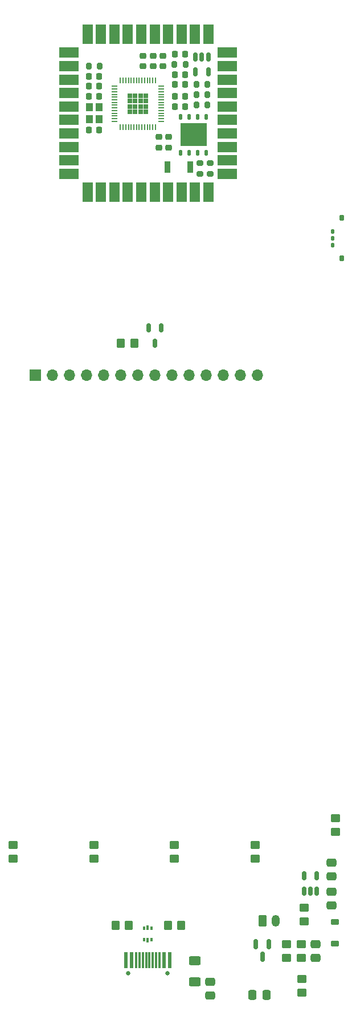
<source format=gbr>
%TF.GenerationSoftware,KiCad,Pcbnew,7.0.5*%
%TF.CreationDate,2023-07-27T14:44:28-03:00*%
%TF.ProjectId,Open_Machinist_Calculator,4f70656e-5f4d-4616-9368-696e6973745f,rev?*%
%TF.SameCoordinates,Original*%
%TF.FileFunction,Soldermask,Bot*%
%TF.FilePolarity,Negative*%
%FSLAX46Y46*%
G04 Gerber Fmt 4.6, Leading zero omitted, Abs format (unit mm)*
G04 Created by KiCad (PCBNEW 7.0.5) date 2023-07-27 14:44:28*
%MOMM*%
%LPD*%
G01*
G04 APERTURE LIST*
G04 Aperture macros list*
%AMRoundRect*
0 Rectangle with rounded corners*
0 $1 Rounding radius*
0 $2 $3 $4 $5 $6 $7 $8 $9 X,Y pos of 4 corners*
0 Add a 4 corners polygon primitive as box body*
4,1,4,$2,$3,$4,$5,$6,$7,$8,$9,$2,$3,0*
0 Add four circle primitives for the rounded corners*
1,1,$1+$1,$2,$3*
1,1,$1+$1,$4,$5*
1,1,$1+$1,$6,$7*
1,1,$1+$1,$8,$9*
0 Add four rect primitives between the rounded corners*
20,1,$1+$1,$2,$3,$4,$5,0*
20,1,$1+$1,$4,$5,$6,$7,0*
20,1,$1+$1,$6,$7,$8,$9,0*
20,1,$1+$1,$8,$9,$2,$3,0*%
G04 Aperture macros list end*
%ADD10RoundRect,0.250000X0.350000X0.450000X-0.350000X0.450000X-0.350000X-0.450000X0.350000X-0.450000X0*%
%ADD11RoundRect,0.150000X-0.150000X0.512500X-0.150000X-0.512500X0.150000X-0.512500X0.150000X0.512500X0*%
%ADD12R,1.700000X1.700000*%
%ADD13O,1.700000X1.700000*%
%ADD14RoundRect,0.225000X-0.250000X0.225000X-0.250000X-0.225000X0.250000X-0.225000X0.250000X0.225000X0*%
%ADD15RoundRect,0.250000X0.450000X-0.350000X0.450000X0.350000X-0.450000X0.350000X-0.450000X-0.350000X0*%
%ADD16RoundRect,0.250000X-0.450000X0.350000X-0.450000X-0.350000X0.450000X-0.350000X0.450000X0.350000X0*%
%ADD17RoundRect,0.200000X0.275000X-0.200000X0.275000X0.200000X-0.275000X0.200000X-0.275000X-0.200000X0*%
%ADD18RoundRect,0.250000X-0.350000X-0.450000X0.350000X-0.450000X0.350000X0.450000X-0.350000X0.450000X0*%
%ADD19RoundRect,0.250000X-0.625000X0.400000X-0.625000X-0.400000X0.625000X-0.400000X0.625000X0.400000X0*%
%ADD20C,1.350000*%
%ADD21R,3.000000X1.500000*%
%ADD22O,1.350000X1.350000*%
%ADD23RoundRect,0.200000X-0.200000X-0.275000X0.200000X-0.275000X0.200000X0.275000X-0.200000X0.275000X0*%
%ADD24R,0.375000X0.500000*%
%ADD25R,0.300000X0.650000*%
%ADD26RoundRect,0.250000X-0.350000X-0.625000X0.350000X-0.625000X0.350000X0.625000X-0.350000X0.625000X0*%
%ADD27O,1.200000X1.750000*%
%ADD28RoundRect,0.250000X-0.475000X0.337500X-0.475000X-0.337500X0.475000X-0.337500X0.475000X0.337500X0*%
%ADD29RoundRect,0.225000X-0.225000X-0.250000X0.225000X-0.250000X0.225000X0.250000X-0.225000X0.250000X0*%
%ADD30RoundRect,0.225000X0.225000X0.250000X-0.225000X0.250000X-0.225000X-0.250000X0.225000X-0.250000X0*%
%ADD31RoundRect,0.150000X0.150000X-0.512500X0.150000X0.512500X-0.150000X0.512500X-0.150000X-0.512500X0*%
%ADD32RoundRect,0.250000X0.475000X-0.337500X0.475000X0.337500X-0.475000X0.337500X-0.475000X-0.337500X0*%
%ADD33RoundRect,0.225000X0.250000X-0.225000X0.250000X0.225000X-0.250000X0.225000X-0.250000X-0.225000X0*%
%ADD34RoundRect,0.125000X0.125000X-0.262500X0.125000X0.262500X-0.125000X0.262500X-0.125000X-0.262500X0*%
%ADD35R,4.000000X3.400000*%
%ADD36RoundRect,0.218750X-0.218750X-0.256250X0.218750X-0.256250X0.218750X0.256250X-0.218750X0.256250X0*%
%ADD37R,1.500000X3.000000*%
%ADD38RoundRect,0.127500X-0.127500X0.172500X-0.127500X-0.172500X0.127500X-0.172500X0.127500X0.172500X0*%
%ADD39RoundRect,0.125000X-0.125000X0.175000X-0.125000X-0.175000X0.125000X-0.175000X0.125000X0.175000X0*%
%ADD40RoundRect,0.175000X-0.175000X0.275000X-0.175000X-0.275000X0.175000X-0.275000X0.175000X0.275000X0*%
%ADD41C,0.650000*%
%ADD42R,0.600000X2.450000*%
%ADD43R,0.300000X2.450000*%
%ADD44O,0.200000X0.875000*%
%ADD45O,0.875000X0.200000*%
%ADD46R,0.800000X0.800000*%
%ADD47RoundRect,0.250000X-0.337500X-0.475000X0.337500X-0.475000X0.337500X0.475000X-0.337500X0.475000X0*%
%ADD48R,1.000000X1.150000*%
%ADD49RoundRect,0.225000X-0.375000X0.225000X-0.375000X-0.225000X0.375000X-0.225000X0.375000X0.225000X0*%
%ADD50R,0.900000X1.700000*%
%ADD51RoundRect,0.150000X-0.150000X0.587500X-0.150000X-0.587500X0.150000X-0.587500X0.150000X0.587500X0*%
G04 APERTURE END LIST*
D10*
%TO.C,R14*%
X104000000Y-123237500D03*
X102000000Y-123237500D03*
%TD*%
D11*
%TO.C,Q2*%
X107105000Y-123237500D03*
X108055000Y-120962500D03*
X106155000Y-120962500D03*
%TD*%
D12*
%TO.C,J3*%
X89325000Y-127975000D03*
D13*
X91865000Y-127975000D03*
X94405000Y-127975000D03*
X96945000Y-127975000D03*
X99485000Y-127975000D03*
X102025000Y-127975000D03*
X104565000Y-127975000D03*
X107105000Y-127975000D03*
X109645000Y-127975000D03*
X112185000Y-127975000D03*
X114725000Y-127975000D03*
X117265000Y-127975000D03*
X119805000Y-127975000D03*
X122345000Y-127975000D03*
%TD*%
D14*
%TO.C,C6*%
X109150000Y-92624994D03*
X109150000Y-94174994D03*
%TD*%
D15*
%TO.C,R3*%
X110000000Y-199800000D03*
X110000000Y-197800000D03*
%TD*%
D16*
%TO.C,R10*%
X126600000Y-212500000D03*
X126600000Y-214500000D03*
%TD*%
D17*
%TO.C,R12*%
X113800000Y-98124994D03*
X113800000Y-96474994D03*
%TD*%
D11*
%TO.C,U4*%
X113100000Y-80712494D03*
X114050000Y-80712494D03*
X115000000Y-80712494D03*
X115000000Y-82987494D03*
X113100000Y-82987494D03*
%TD*%
D15*
%TO.C,R9*%
X128900000Y-219700000D03*
X128900000Y-217700000D03*
%TD*%
D18*
%TO.C,R7*%
X109000000Y-209700000D03*
X111000000Y-209700000D03*
%TD*%
D19*
%TO.C,F1*%
X113000000Y-214950000D03*
X113000000Y-218050000D03*
%TD*%
D20*
%TO.C,J7*%
X93550000Y-98099994D03*
D21*
X94300000Y-98099994D03*
D20*
X95050000Y-98099994D03*
D22*
X93550000Y-96099994D03*
D21*
X94300000Y-96099994D03*
D22*
X95050000Y-96099994D03*
X93550000Y-94099994D03*
D21*
X94300000Y-94099994D03*
D22*
X95050000Y-94099994D03*
X93550000Y-92099994D03*
D21*
X94300000Y-92099994D03*
D22*
X95050000Y-92099994D03*
X93550000Y-90099994D03*
D21*
X94300000Y-90099994D03*
D22*
X95050000Y-90099994D03*
X93550000Y-88099994D03*
D21*
X94300000Y-88099994D03*
D22*
X95050000Y-88099994D03*
X93550000Y-86099994D03*
D21*
X94300000Y-86099994D03*
D22*
X95050000Y-86099994D03*
X93550000Y-84099994D03*
D21*
X94300000Y-84099994D03*
D22*
X95050000Y-84099994D03*
X93550000Y-82099994D03*
D21*
X94300000Y-82099994D03*
D22*
X95050000Y-82099994D03*
X93550000Y-80099994D03*
D21*
X94300000Y-80099994D03*
D22*
X95050000Y-80099994D03*
%TD*%
D23*
%TO.C,R13*%
X97225000Y-82099994D03*
X98875000Y-82099994D03*
%TD*%
D15*
%TO.C,R8*%
X129250000Y-209100000D03*
X129250000Y-207100000D03*
%TD*%
D24*
%TO.C,U1*%
X106537500Y-211850000D03*
D25*
X106000000Y-211925000D03*
D24*
X105462500Y-211850000D03*
X105462500Y-210150000D03*
D25*
X106000000Y-210075000D03*
D24*
X106537500Y-210150000D03*
%TD*%
D26*
%TO.C,J2*%
X123050000Y-208987500D03*
D27*
X125050000Y-208987500D03*
%TD*%
D28*
%TO.C,C1*%
X115300000Y-218062500D03*
X115300000Y-220137500D03*
%TD*%
D29*
%TO.C,C15*%
X110025000Y-80349994D03*
X111575000Y-80349994D03*
%TD*%
D23*
%TO.C,R15*%
X113225000Y-84849994D03*
X114875000Y-84849994D03*
%TD*%
D30*
%TO.C,C8*%
X98825000Y-85099994D03*
X97275000Y-85099994D03*
%TD*%
%TO.C,C12*%
X98825000Y-83599994D03*
X97275000Y-83599994D03*
%TD*%
D15*
%TO.C,R5*%
X133900000Y-195800000D03*
X133900000Y-193800000D03*
%TD*%
D31*
%TO.C,U2*%
X131150000Y-204637500D03*
X130200000Y-204637500D03*
X129250000Y-204637500D03*
X129250000Y-202362500D03*
X131150000Y-202362500D03*
%TD*%
D15*
%TO.C,R11*%
X128800000Y-214500000D03*
X128800000Y-212500000D03*
%TD*%
D32*
%TO.C,C2*%
X131000000Y-214537500D03*
X131000000Y-212462500D03*
%TD*%
D17*
%TO.C,R20*%
X115300000Y-98124994D03*
X115300000Y-96474994D03*
%TD*%
D33*
%TO.C,C9*%
X105300000Y-82124994D03*
X105300000Y-80574994D03*
%TD*%
D29*
%TO.C,C18*%
X110025000Y-86599994D03*
X111575000Y-86599994D03*
%TD*%
D34*
%TO.C,U5*%
X114705000Y-94962494D03*
X113435000Y-94962494D03*
X112165000Y-94962494D03*
X110895000Y-94962494D03*
X110895000Y-89637494D03*
X112165000Y-89637494D03*
X113435000Y-89637494D03*
X114705000Y-89637494D03*
D35*
X112800000Y-92299994D03*
%TD*%
D36*
%TO.C,D2*%
X110012500Y-83349994D03*
X111587500Y-83349994D03*
%TD*%
D15*
%TO.C,R1*%
X86000000Y-199800000D03*
X86000000Y-197800000D03*
%TD*%
D32*
%TO.C,C4*%
X133300000Y-202437500D03*
X133300000Y-200362500D03*
%TD*%
D33*
%TO.C,C10*%
X106800000Y-82124994D03*
X106800000Y-80574994D03*
%TD*%
D20*
%TO.C,J6*%
X115050000Y-78099994D03*
D37*
X115050000Y-77349994D03*
D20*
X115050000Y-76599994D03*
D22*
X113050000Y-78099994D03*
D37*
X113050000Y-77349994D03*
D22*
X113050000Y-76599994D03*
X111050000Y-78099994D03*
D37*
X111050000Y-77349994D03*
D22*
X111050000Y-76599994D03*
X109050000Y-78099994D03*
D37*
X109050000Y-77349994D03*
D22*
X109050000Y-76599994D03*
X107050000Y-78099994D03*
D37*
X107050000Y-77349994D03*
D22*
X107050000Y-76599994D03*
X105050000Y-78099994D03*
D37*
X105050000Y-77349994D03*
D22*
X105050000Y-76599994D03*
X103050000Y-78099994D03*
D37*
X103050000Y-77349994D03*
D22*
X103050000Y-76599994D03*
X101050000Y-78099994D03*
D37*
X101050000Y-77349994D03*
D22*
X101050000Y-76599994D03*
X99050000Y-78099994D03*
D37*
X99050000Y-77349994D03*
D22*
X99050000Y-76599994D03*
X97050000Y-78099994D03*
D37*
X97050000Y-77349994D03*
D22*
X97050000Y-76599994D03*
%TD*%
D28*
%TO.C,C3*%
X133300000Y-204662500D03*
X133300000Y-206737500D03*
%TD*%
D38*
%TO.C,SW2*%
X133465000Y-106660000D03*
X133465000Y-107660000D03*
D39*
X133465000Y-108660000D03*
D40*
X134820000Y-104660000D03*
X134820000Y-110660000D03*
%TD*%
D10*
%TO.C,R6*%
X103200000Y-209700000D03*
X101200000Y-209700000D03*
%TD*%
D23*
%TO.C,R19*%
X113225000Y-87849994D03*
X114875000Y-87849994D03*
%TD*%
D15*
%TO.C,R2*%
X98000000Y-199800000D03*
X98000000Y-197800000D03*
%TD*%
D33*
%TO.C,C11*%
X108300000Y-82124994D03*
X108300000Y-80574994D03*
%TD*%
D20*
%TO.C,J5*%
X115050000Y-101599994D03*
D37*
X115050000Y-100849994D03*
D20*
X115050000Y-100099994D03*
D22*
X113050000Y-101599994D03*
D37*
X113050000Y-100849994D03*
D22*
X113050000Y-100099994D03*
X111050000Y-101599994D03*
D37*
X111050000Y-100849994D03*
D22*
X111050000Y-100099994D03*
X109050000Y-101599994D03*
D37*
X109050000Y-100849994D03*
D22*
X109050000Y-100099994D03*
X107050000Y-101599994D03*
D37*
X107050000Y-100849994D03*
D22*
X107050000Y-100099994D03*
X105050000Y-101599994D03*
D37*
X105050000Y-100849994D03*
D22*
X105050000Y-100099994D03*
X103050000Y-101599994D03*
D37*
X103050000Y-100849994D03*
D22*
X103050000Y-100099994D03*
X101050000Y-101599994D03*
D37*
X101050000Y-100849994D03*
D22*
X101050000Y-100099994D03*
X99050000Y-101599994D03*
D37*
X99050000Y-100849994D03*
D22*
X99050000Y-100099994D03*
X97050000Y-101599994D03*
D37*
X97050000Y-100849994D03*
D22*
X97050000Y-100099994D03*
%TD*%
D41*
%TO.C,J1*%
X108910000Y-216770000D03*
X103130000Y-216770000D03*
D42*
X109245000Y-214825000D03*
X108470000Y-214825000D03*
D43*
X107770000Y-214825000D03*
X107270000Y-214825000D03*
X106770000Y-214825000D03*
X106270000Y-214825000D03*
X105770000Y-214825000D03*
X105270000Y-214825000D03*
X104770000Y-214825000D03*
X104270000Y-214825000D03*
D42*
X103570000Y-214825000D03*
X102795000Y-214825000D03*
%TD*%
D44*
%TO.C,U3*%
X107150000Y-91137494D03*
X106750000Y-91137494D03*
X106350000Y-91137494D03*
X105950000Y-91137494D03*
X105550000Y-91137494D03*
X105150000Y-91137494D03*
X104750000Y-91137494D03*
X104350000Y-91137494D03*
X103950000Y-91137494D03*
X103550000Y-91137494D03*
X103150000Y-91137494D03*
X102750000Y-91137494D03*
X102350000Y-91137494D03*
X101950000Y-91137494D03*
D45*
X101112500Y-90299994D03*
X101112500Y-89899994D03*
X101112500Y-89499994D03*
X101112500Y-89099994D03*
X101112500Y-88699994D03*
X101112500Y-88299994D03*
X101112500Y-87899994D03*
X101112500Y-87499994D03*
X101112500Y-87099994D03*
X101112500Y-86699994D03*
X101112500Y-86299994D03*
X101112500Y-85899994D03*
X101112500Y-85499994D03*
X101112500Y-85099994D03*
D44*
X101950000Y-84262494D03*
X102350000Y-84262494D03*
X102750000Y-84262494D03*
X103150000Y-84262494D03*
X103550000Y-84262494D03*
X103950000Y-84262494D03*
X104350000Y-84262494D03*
X104750000Y-84262494D03*
X105150000Y-84262494D03*
X105550000Y-84262494D03*
X105950000Y-84262494D03*
X106350000Y-84262494D03*
X106750000Y-84262494D03*
X107150000Y-84262494D03*
D45*
X107987500Y-85099994D03*
X107987500Y-85499994D03*
X107987500Y-85899994D03*
X107987500Y-86299994D03*
X107987500Y-86699994D03*
X107987500Y-87099994D03*
X107987500Y-87499994D03*
X107987500Y-87899994D03*
X107987500Y-88299994D03*
X107987500Y-88699994D03*
X107987500Y-89099994D03*
X107987500Y-89499994D03*
X107987500Y-89899994D03*
X107987500Y-90299994D03*
D46*
X103350000Y-88899994D03*
X104150000Y-88899994D03*
X104950000Y-88899994D03*
X105750000Y-88899994D03*
X103350000Y-88099994D03*
X104150000Y-88099994D03*
X104950000Y-88099994D03*
X105750000Y-88099994D03*
X103350000Y-87299994D03*
X104150000Y-87299994D03*
X104950000Y-87299994D03*
X105750000Y-87299994D03*
X103350000Y-86499994D03*
X104150000Y-86499994D03*
X104950000Y-86499994D03*
X105750000Y-86499994D03*
%TD*%
D15*
%TO.C,R4*%
X122000000Y-199800000D03*
X122000000Y-197800000D03*
%TD*%
D14*
%TO.C,C7*%
X107650000Y-92624994D03*
X107650000Y-94174994D03*
%TD*%
D29*
%TO.C,C16*%
X97275000Y-91599994D03*
X98825000Y-91599994D03*
%TD*%
%TO.C,C14*%
X110025000Y-84849994D03*
X111575000Y-84849994D03*
%TD*%
%TO.C,C13*%
X110025000Y-88099994D03*
X111575000Y-88099994D03*
%TD*%
D47*
%TO.C,C5*%
X121562500Y-220000000D03*
X123637500Y-220000000D03*
%TD*%
D48*
%TO.C,Y1*%
X98750000Y-88224994D03*
X98750000Y-89974994D03*
X97350000Y-89974994D03*
X97350000Y-88224994D03*
%TD*%
D23*
%TO.C,R18*%
X113225000Y-86349994D03*
X114875000Y-86349994D03*
%TD*%
D20*
%TO.C,J4*%
X117050000Y-98099994D03*
D21*
X117800000Y-98099994D03*
D20*
X118550000Y-98099994D03*
D22*
X117050000Y-96099994D03*
D21*
X117800000Y-96099994D03*
D22*
X118550000Y-96099994D03*
X117050000Y-94099994D03*
D21*
X117800000Y-94099994D03*
D22*
X118550000Y-94099994D03*
X117050000Y-92099994D03*
D21*
X117800000Y-92099994D03*
D22*
X118550000Y-92099994D03*
X117050000Y-90099994D03*
D21*
X117800000Y-90099994D03*
D22*
X118550000Y-90099994D03*
X117050000Y-88099994D03*
D21*
X117800000Y-88099994D03*
D22*
X118550000Y-88099994D03*
X117050000Y-86099994D03*
D21*
X117800000Y-86099994D03*
D22*
X118550000Y-86099994D03*
X117050000Y-84099994D03*
D21*
X117800000Y-84099994D03*
D22*
X118550000Y-84099994D03*
X117050000Y-82099994D03*
D21*
X117800000Y-82099994D03*
D22*
X118550000Y-82099994D03*
X117050000Y-80099994D03*
D21*
X117800000Y-80099994D03*
D22*
X118550000Y-80099994D03*
%TD*%
D49*
%TO.C,D1*%
X133800000Y-209150000D03*
X133800000Y-212450000D03*
%TD*%
D50*
%TO.C,SW1*%
X108950000Y-97099994D03*
X112350000Y-97099994D03*
%TD*%
D30*
%TO.C,C17*%
X98825000Y-86599994D03*
X97275000Y-86599994D03*
%TD*%
D51*
%TO.C,Q1*%
X122100000Y-212500000D03*
X124000000Y-212500000D03*
X123050000Y-214375000D03*
%TD*%
D23*
%TO.C,R17*%
X109975000Y-81849994D03*
X111625000Y-81849994D03*
%TD*%
M02*

</source>
